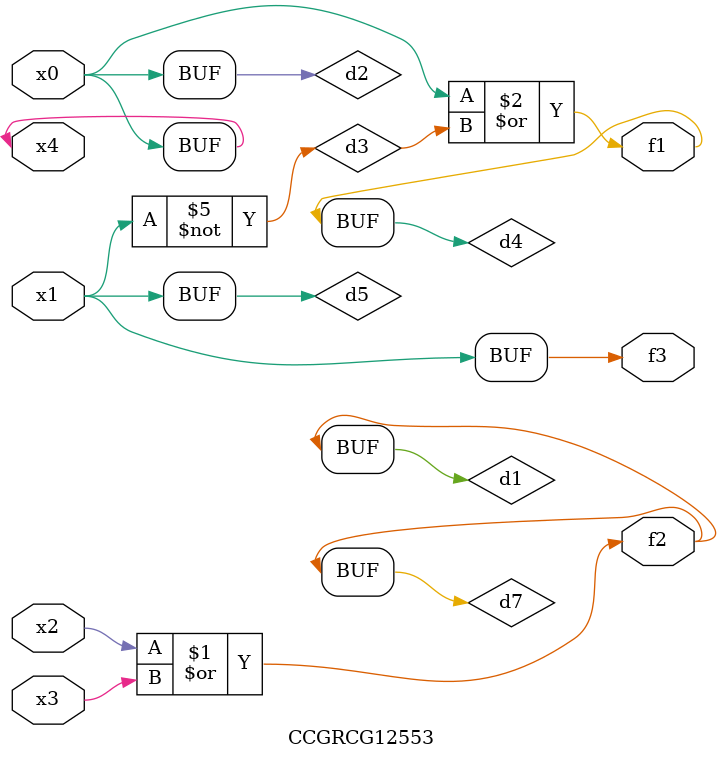
<source format=v>
module CCGRCG12553(
	input x0, x1, x2, x3, x4,
	output f1, f2, f3
);

	wire d1, d2, d3, d4, d5, d6, d7;

	or (d1, x2, x3);
	buf (d2, x0, x4);
	not (d3, x1);
	or (d4, d2, d3);
	not (d5, d3);
	nand (d6, d1, d3);
	or (d7, d1);
	assign f1 = d4;
	assign f2 = d7;
	assign f3 = d5;
endmodule

</source>
